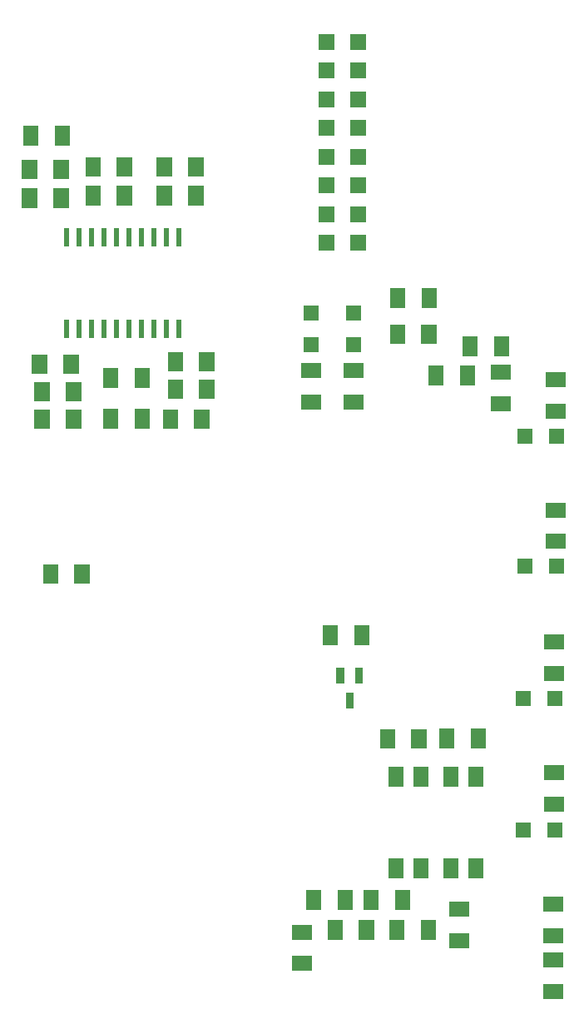
<source format=gtp>
G04 Layer: TopPasteMaskLayer*
G04 EasyEDA v6.4.17, 2021-03-22T15:56:55+00:00*
G04 658c0ce66da44e4f8c80b51cc6799b00,637d308c6d204718a186f4f1e4ce3e04,10*
G04 Gerber Generator version 0.2*
G04 Scale: 100 percent, Rotated: No, Reflected: No *
G04 Dimensions in millimeters *
G04 leading zeros omitted , absolute positions ,4 integer and 5 decimal *
%FSLAX45Y45*%
%MOMM*%

%ADD18R,1.6002X2.0000*%
%ADD19R,1.6000X1.6000*%
%ADD20R,0.5588X1.9812*%
%ADD22R,1.5000X2.0000*%
%ADD23R,2.0000X1.6002*%
%ADD24C,0.1000*%

%LPD*%
D18*
G01*
X1112494Y-1130300D03*
G01*
X792505Y-1130300D03*
G36*
X1347490Y-1639900D02*
G01*
X1507510Y-1639900D01*
X1507510Y-1839899D01*
X1347490Y-1839899D01*
G37*
G36*
X1667489Y-1639900D02*
G01*
X1827509Y-1639900D01*
X1827509Y-1839899D01*
X1667489Y-1839899D01*
G37*
G36*
X2454889Y-3913200D02*
G01*
X2614909Y-3913200D01*
X2614909Y-4113199D01*
X2454889Y-4113199D01*
G37*
G36*
X2134890Y-3913200D02*
G01*
X2294910Y-3913200D01*
X2294910Y-4113199D01*
X2134890Y-4113199D01*
G37*
G01*
X1605305Y-4013200D03*
G01*
X1925294Y-4013200D03*
G01*
X1605305Y-3594100D03*
G01*
X1925294Y-3594100D03*
G36*
X1667489Y-1347800D02*
G01*
X1827509Y-1347800D01*
X1827509Y-1547799D01*
X1667489Y-1547799D01*
G37*
G36*
X1347490Y-1347800D02*
G01*
X1507510Y-1347800D01*
X1507510Y-1547799D01*
X1347490Y-1547799D01*
G37*
G36*
X3722395Y-389889D02*
G01*
X3882390Y-389889D01*
X3882390Y-549910D01*
X3722395Y-549910D01*
G37*
G36*
X4042384Y-389889D02*
G01*
X4202404Y-389889D01*
X4202404Y-549910D01*
X4042384Y-549910D01*
G37*
G36*
X3722395Y-2142489D02*
G01*
X3882390Y-2142489D01*
X3882390Y-2302510D01*
X3722395Y-2302510D01*
G37*
G36*
X4042384Y-2142489D02*
G01*
X4202404Y-2142489D01*
X4202404Y-2302510D01*
X4042384Y-2302510D01*
G37*
G36*
X3722395Y-681989D02*
G01*
X3882390Y-681989D01*
X3882390Y-842010D01*
X3722395Y-842010D01*
G37*
G36*
X4042384Y-681989D02*
G01*
X4202404Y-681989D01*
X4202404Y-842010D01*
X4042384Y-842010D01*
G37*
G36*
X3722395Y-974089D02*
G01*
X3882390Y-974089D01*
X3882390Y-1134110D01*
X3722395Y-1134110D01*
G37*
G36*
X4042384Y-974089D02*
G01*
X4202404Y-974089D01*
X4202404Y-1134110D01*
X4042384Y-1134110D01*
G37*
G36*
X3722395Y-1266189D02*
G01*
X3882390Y-1266189D01*
X3882390Y-1426210D01*
X3722395Y-1426210D01*
G37*
G36*
X4042384Y-1266189D02*
G01*
X4202404Y-1266189D01*
X4202404Y-1426210D01*
X4042384Y-1426210D01*
G37*
G36*
X3722395Y-1558289D02*
G01*
X3882390Y-1558289D01*
X3882390Y-1718310D01*
X3722395Y-1718310D01*
G37*
G36*
X4042384Y-1558289D02*
G01*
X4202404Y-1558289D01*
X4202404Y-1718310D01*
X4042384Y-1718310D01*
G37*
G36*
X3722395Y-1850389D02*
G01*
X3882390Y-1850389D01*
X3882390Y-2010410D01*
X3722395Y-2010410D01*
G37*
G36*
X4042384Y-1850389D02*
G01*
X4202404Y-1850389D01*
X4202404Y-2010410D01*
X4042384Y-2010410D01*
G37*
G36*
X3722395Y-97789D02*
G01*
X3882390Y-97789D01*
X3882390Y-257810D01*
X3722395Y-257810D01*
G37*
G36*
X4042384Y-97789D02*
G01*
X4202404Y-97789D01*
X4202404Y-257810D01*
X4042384Y-257810D01*
G37*
G36*
X699790Y-1665300D02*
G01*
X859810Y-1665300D01*
X859810Y-1865299D01*
X699790Y-1865299D01*
G37*
G36*
X1019789Y-1665300D02*
G01*
X1179809Y-1665300D01*
X1179809Y-1865299D01*
X1019789Y-1865299D01*
G37*
G36*
X699790Y-1373200D02*
G01*
X859810Y-1373200D01*
X859810Y-1573199D01*
X699790Y-1573199D01*
G37*
G36*
X1019789Y-1373200D02*
G01*
X1179809Y-1373200D01*
X1179809Y-1573199D01*
X1019789Y-1573199D01*
G37*
G36*
X2071390Y-1639900D02*
G01*
X2231410Y-1639900D01*
X2231410Y-1839899D01*
X2071390Y-1839899D01*
G37*
G36*
X2391389Y-1639900D02*
G01*
X2551409Y-1639900D01*
X2551409Y-1839899D01*
X2391389Y-1839899D01*
G37*
G36*
X2071390Y-1347800D02*
G01*
X2231410Y-1347800D01*
X2231410Y-1547799D01*
X2071390Y-1547799D01*
G37*
G36*
X2391389Y-1347800D02*
G01*
X2551409Y-1347800D01*
X2551409Y-1547799D01*
X2391389Y-1547799D01*
G37*
G36*
X826790Y-3913200D02*
G01*
X986810Y-3913200D01*
X986810Y-4113199D01*
X826790Y-4113199D01*
G37*
G36*
X1146789Y-3913200D02*
G01*
X1306809Y-3913200D01*
X1306809Y-4113199D01*
X1146789Y-4113199D01*
G37*
G36*
X826790Y-3633800D02*
G01*
X986810Y-3633800D01*
X986810Y-3833799D01*
X826790Y-3833799D01*
G37*
G36*
X1146789Y-3633800D02*
G01*
X1306809Y-3633800D01*
X1306809Y-3833799D01*
X1146789Y-3833799D01*
G37*
G36*
X801390Y-3354400D02*
G01*
X961410Y-3354400D01*
X961410Y-3554399D01*
X801390Y-3554399D01*
G37*
G36*
X1121389Y-3354400D02*
G01*
X1281409Y-3354400D01*
X1281409Y-3554399D01*
X1121389Y-3554399D01*
G37*
G36*
X2185690Y-3608400D02*
G01*
X2345710Y-3608400D01*
X2345710Y-3808399D01*
X2185690Y-3808399D01*
G37*
G36*
X2505689Y-3608400D02*
G01*
X2665709Y-3608400D01*
X2665709Y-3808399D01*
X2505689Y-3808399D01*
G37*
G36*
X2185690Y-3329000D02*
G01*
X2345710Y-3329000D01*
X2345710Y-3528999D01*
X2185690Y-3528999D01*
G37*
G36*
X2505689Y-3329000D02*
G01*
X2665709Y-3329000D01*
X2665709Y-3528999D01*
X2505689Y-3528999D01*
G37*
D20*
G01*
X1155700Y-3096260D03*
G01*
X1282700Y-3096260D03*
G01*
X1409700Y-3096260D03*
G01*
X1536700Y-3096260D03*
G01*
X1663700Y-3096260D03*
G01*
X1790700Y-3096260D03*
G01*
X1917700Y-3096260D03*
G01*
X2044700Y-3096260D03*
G01*
X2171700Y-3096260D03*
G01*
X2298700Y-3096260D03*
G01*
X2298700Y-2161539D03*
G01*
X2171700Y-2161539D03*
G01*
X2044700Y-2161539D03*
G01*
X1917700Y-2161539D03*
G01*
X1790700Y-2161539D03*
G01*
X1663700Y-2161539D03*
G01*
X1536700Y-2161539D03*
G01*
X1409700Y-2161539D03*
G01*
X1282700Y-2161539D03*
G01*
X1155700Y-2161539D03*
G36*
X3998600Y-6795780D02*
G01*
X4078599Y-6795780D01*
X4078599Y-6955779D01*
X3998600Y-6955779D01*
G37*
G36*
X3903604Y-6545844D02*
G01*
X3983603Y-6545844D01*
X3983603Y-6705843D01*
X3903604Y-6705843D01*
G37*
G36*
X4093596Y-6545844D02*
G01*
X4173595Y-6545844D01*
X4173595Y-6705843D01*
X4093596Y-6705843D01*
G37*
D22*
G01*
X5067300Y-8580297D03*
G01*
X5321300Y-8580297D03*
G01*
X5321300Y-7650302D03*
G01*
X5067300Y-7650302D03*
G01*
X4508500Y-8580297D03*
G01*
X4762500Y-8580297D03*
G01*
X4762500Y-7650302D03*
G01*
X4508500Y-7650302D03*
G36*
X915690Y-5488000D02*
G01*
X1075710Y-5488000D01*
X1075710Y-5687999D01*
X915690Y-5687999D01*
G37*
G36*
X1235689Y-5488000D02*
G01*
X1395709Y-5488000D01*
X1395709Y-5687999D01*
X1235689Y-5687999D01*
G37*
D23*
G01*
X6108700Y-8945905D03*
G01*
X6108700Y-9265894D03*
G01*
X6108700Y-9837394D03*
G01*
X6108700Y-9517405D03*
D18*
G01*
X4846294Y-2781300D03*
G01*
X4526305Y-2781300D03*
D24*
G01*
X4813300Y-5334000D03*
G01*
X4813300Y-5080000D03*
G01*
X5067300Y-4191000D03*
G01*
X3543300Y-4191000D03*
G01*
X3543300Y-4445000D03*
G01*
X3543300Y-4953000D03*
G01*
X3543300Y-4699000D03*
G01*
X4305300Y-6985000D03*
D23*
G01*
X5156200Y-8996705D03*
G01*
X5156200Y-9316694D03*
D18*
G01*
X4579594Y-8902700D03*
G01*
X4259605Y-8902700D03*
G01*
X3995394Y-8902700D03*
G01*
X3675405Y-8902700D03*
D23*
G01*
X3556000Y-9230410D03*
G01*
X3556000Y-9550400D03*
D18*
G01*
X5349189Y-7264400D03*
G01*
X5029200Y-7264400D03*
G36*
X4344690Y-7164400D02*
G01*
X4504710Y-7164400D01*
X4504710Y-7364399D01*
X4344690Y-7364399D01*
G37*
G36*
X4664689Y-7164400D02*
G01*
X4824709Y-7164400D01*
X4824709Y-7364399D01*
X4664689Y-7364399D01*
G37*
G01*
X5234152Y-3566413D03*
G01*
X4914163Y-3566413D03*
G01*
X5582894Y-3276600D03*
G01*
X5262905Y-3276600D03*
D23*
G01*
X5575300Y-3535705D03*
G01*
X5575300Y-3855694D03*
D18*
G01*
X4160494Y-6210300D03*
G01*
X3840505Y-6210300D03*
G01*
X4841189Y-9207500D03*
G01*
X4521200Y-9207500D03*
G36*
X3811290Y-9107500D02*
G01*
X3971310Y-9107500D01*
X3971310Y-9307499D01*
X3811290Y-9307499D01*
G37*
G36*
X4131289Y-9107500D02*
G01*
X4291309Y-9107500D01*
X4291309Y-9307499D01*
X4131289Y-9307499D01*
G37*
D19*
G01*
X6128994Y-8191500D03*
G01*
X5809005Y-8191500D03*
G01*
X6128994Y-6858000D03*
G01*
X5809005Y-6858000D03*
G01*
X6141694Y-5511800D03*
G01*
X5821705Y-5511800D03*
G01*
X6141694Y-4191000D03*
G01*
X5821705Y-4191000D03*
G36*
X4446290Y-3049600D02*
G01*
X4606310Y-3049600D01*
X4606310Y-3249599D01*
X4446290Y-3249599D01*
G37*
G36*
X4766289Y-3049600D02*
G01*
X4926309Y-3049600D01*
X4926309Y-3249599D01*
X4766289Y-3249599D01*
G37*
G01*
X4076700Y-3258820D03*
G01*
X4076700Y-2938805D03*
G01*
X3644900Y-3258820D03*
G01*
X3644900Y-2938805D03*
D23*
G01*
X4076700Y-3523005D03*
G01*
X4076700Y-3842994D03*
G01*
X3644900Y-3523005D03*
G01*
X3644900Y-3842994D03*
G01*
X6121400Y-7612405D03*
G01*
X6121400Y-7932394D03*
G01*
X6121400Y-6278905D03*
G01*
X6121400Y-6598894D03*
G01*
X6134100Y-4937810D03*
G01*
X6134100Y-5257800D03*
G01*
X6134100Y-3611905D03*
G01*
X6134100Y-3931894D03*
M02*

</source>
